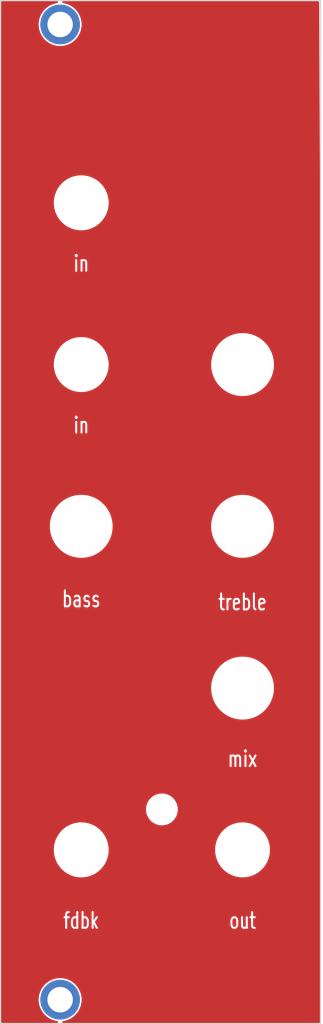
<source format=kicad_pcb>
(kicad_pcb (version 20240108) (generator "pcbnew") (generator_version "8.0")
  (title_block (title "hall") (rev "1") (comment 1 "PCB for panel") (comment 2 "module for a spring reverb tank") (comment 4 "License CC BY 4.0 - Attribution 4.0 International"))
  (layers (0 "F.Cu" signal) (31 "B.Cu" signal) (34 "B.Paste" user) (35 "F.Paste" user) (36 "B.SilkS" user "B.Silkscreen") (37 "F.SilkS" user "F.Silkscreen") (38 "B.Mask" user) (39 "F.Mask" user) (44 "Edge.Cuts" user))
  (net 0 "")
  (footprint "elektrophon:panel_potentiometer" (layer "F.Cu") (at 60.96 116.84)
    (property "Reference" "H7" (hide yes))
    (property "Value" "bass" (hide yes))
    (pad "" np_thru_hole circle (at 0 0) (size 7.4 7.4) (drill 7.4) (layers "*.Cu" "*.Mask"))
  )
  (footprint "elektrophon:panel_potentiometer" (layer "F.Cu") (at 81.28 116.84)
    (property "Reference" "H8" (hide yes))
    (property "Value" "treble" (hide yes))
    (pad "" np_thru_hole circle (at 0 0) (size 7.4 7.4) (drill 7.4) (layers "*.Cu" "*.Mask"))
  )
  (footprint "elektrophon:panel_jack" (layer "F.Cu") (at 60.96 76.2)
    (property "Reference" "H1" (hide yes))
    (property "Value" "IN1" (hide yes))
    (pad "" np_thru_hole circle (at 0 0) (size 6.4 6.4) (drill 6.4) (layers "*.Cu" "*.Mask"))
  )
  (footprint "elektrophon:panel_jack" (layer "F.Cu") (at 60.96 96.52)
    (property "Reference" "H2" (hide yes))
    (property "Value" "IN2" (hide yes))
    (pad "" np_thru_hole circle (at 0 0) (size 6.4 6.4) (drill 6.4) (layers "*.Cu" "*.Mask"))
  )
  (footprint "elektrophon:panel_jack" (layer "F.Cu") (at 60.96 157.48)
    (property "Reference" "H3" (hide yes))
    (property "Value" "FDBK" (hide yes))
    (pad "" np_thru_hole circle (at 0 0) (size 6.4 6.4) (drill 6.4) (layers "*.Cu" "*.Mask"))
  )
  (footprint "elektrophon:panel_jack" (layer "F.Cu") (at 81.28 157.48)
    (property "Reference" "H4" (hide yes))
    (property "Value" "OUT" (hide yes))
    (pad "" np_thru_hole circle (at 0 0) (size 6.4 6.4) (drill 6.4) (layers "*.Cu" "*.Mask"))
  )
  (footprint "elektrophon:panel_potentiometer" (layer "F.Cu") (at 81.28 96.52)
    (property "Reference" "H6" (hide yes))
    (property "Value" "level" (hide yes))
    (pad "" np_thru_hole circle (at 0 0) (size 7.4 7.4) (drill 7.4) (layers "*.Cu" "*.Mask"))
  )
  (footprint "elektrophon:MountingHole_Panel_3.2mm_M3" (layer "F.Cu") (at 58.3 176.3)
    (property "Reference" "H12" (hide yes))
    (property "Value" "~" (hide yes))
    (pad "1" thru_hole circle (at 0 0) (size 3.6 3.6) (drill 3.2) (layers "*.Cu" "*.Mask"))
    (pad "1" connect circle (at 0 0) (size 5 5) (layers "F.Cu" "F.Mask"))
    (pad "1" connect circle (at 0 0) (size 5 5) (layers "B.Cu" "B.Mask"))
  )
  (footprint "elektrophon:panel_potentiometer" (layer "F.Cu") (at 81.28 137.16)
    (property "Reference" "H9" (hide yes))
    (property "Value" "mix" (hide yes))
    (pad "" np_thru_hole circle (at 0 0) (size 7.4 7.4) (drill 7.4) (layers "*.Cu" "*.Mask"))
  )
  (footprint "elektrophon:panel_led_monitor" (layer "F.Cu") (at 71.12 152.4)
    (property "Reference" "H10" (hide yes))
    (property "Value" "compress" (hide yes))
  )
  (footprint "elektrophon:MountingHole_Panel_3.2mm_M3" (layer "F.Cu") (at 58.3 53.8)
    (property "Reference" "H11" (hide yes))
    (property "Value" "~" (hide yes))
    (pad "1" thru_hole circle (at 0 0) (size 3.6 3.6) (drill 3.2) (layers "*.Cu" "*.Mask"))
    (pad "1" connect circle (at 0 0) (size 5 5) (layers "F.Cu" "F.Mask"))
    (pad "1" connect circle (at 0 0) (size 5 5) (layers "B.Cu" "B.Mask"))
  )
  (gr_line (start 50.8 50.8) (end 50.8 179.3) (stroke (width 0.15)) (layer "Edge.Cuts"))
  (gr_line (start 91.1 179.3) (end 50.8 179.3) (stroke (width 0.15)) (layer "Edge.Cuts"))
  (gr_line (start 91.1 50.8) (end 91.1 179.3) (stroke (width 0.15)) (layer "Edge.Cuts"))
  (gr_line (start 50.8 50.8) (end 91.1 50.8) (stroke (width 0.15)) (layer "Edge.Cuts"))
  (gr_text "fdbk" (at 60.96 166.37 0) (layer "F.Cu" knockout) (effects (font (size 2 1.4) (thickness 0.25))))
  (gr_text "treble" (at 81.28 126.365 0) (layer "F.Cu" knockout) (effects (font (size 2 1.4) (thickness 0.25))))
  (gr_text "bass" (at 60.96 125.984 0) (layer "F.Cu" knockout) (effects (font (size 2 1.4) (thickness 0.25))))
  (gr_text "in" (at 60.96 83.82 0) (layer "F.Cu" knockout) (effects (font (size 2 1.4) (thickness 0.25))))
  (gr_text "in" (at 60.96 104.14 0) (layer "F.Cu" knockout) (effects (font (size 2 1.4) (thickness 0.25))))
  (gr_text "mix" (at 81.28 146.05 0) (layer "F.Cu" knockout) (effects (font (size 2 1.4) (thickness 0.25))))
  (gr_text "out" (at 81.28 166.37 0) (layer "F.Cu" knockout) (effects (font (size 2 1.4) (thickness 0.25))))
  (zone (net 0) (net_name "") (layer "F.Cu") (connect_pads (clearance 0)) (min_thickness 0.25) (fill yes (thermal_gap 0.5) (thermal_bridge_width 0.5) (island_removal_mode 1) (island_area_min 10))
    (polygon (pts (xy 50.8 50.8) (xy 90.932 50.8) (xy 91.44 179.324) (xy 50.8 179.324)))
  )
  (zone (net 0) (net_name "") (layer "F.Cu") (connect_pads (clearance 0)) (min_thickness 0.25)
    (keepout (tracks not_allowed) (vias not_allowed) (pads not_allowed) (copperpour not_allowed) (footprints not_allowed))
    (fill (thermal_gap 0.5) (thermal_bridge_width 0.5))
    (polygon (pts (xy 73.12 152.4) (xy 73.110369 152.596034) (xy 73.08157 152.79018) (xy 73.03388 152.980569) (xy 72.967759 153.165366) (xy 72.883842 153.342793) (xy 72.782939 153.51114) (xy 72.66602 153.668786) (xy 72.534213 153.814213) (xy 72.388786 153.94602) (xy 72.23114 154.062939) (xy 72.062793 154.163842) (xy 71.885366 154.247759) (xy 71.700569 154.31388) (xy 71.51018 154.36157) (xy 71.316034 154.390369) (xy 71.12 154.4) (xy 70.923965 154.390369) (xy 70.729819 154.36157) (xy 70.53943 154.31388) (xy 70.354633 154.247759) (xy 70.177206 154.163842) (xy 70.008859 154.062939) (xy 69.851213 153.94602) (xy 69.705786 153.814213) (xy 69.573979 153.668786) (xy 69.45706 153.51114) (xy 69.356157 153.342793) (xy 69.27224 153.165366) (xy 69.206119 152.980569) (xy 69.158429 152.79018) (xy 69.12963 152.596034) (xy 69.12 152.4) (xy 69.12963 152.203965) (xy 69.158429 152.009819) (xy 69.206119 151.81943) (xy 69.27224 151.634633) (xy 69.356157 151.457206) (xy 69.45706 151.288859) (xy 69.573979 151.131213) (xy 69.705786 150.985786) (xy 69.851213 150.853979) (xy 70.008859 150.73706) (xy 70.177206 150.636157) (xy 70.354633 150.55224) (xy 70.53943 150.486119) (xy 70.729819 150.438429) (xy 70.923965 150.40963) (xy 71.12 150.4) (xy 71.316034 150.40963) (xy 71.51018 150.438429) (xy 71.700569 150.486119) (xy 71.885366 150.55224) (xy 72.062793 150.636157) (xy 72.23114 150.73706) (xy 72.388786 150.853979) (xy 72.534213 150.985786) (xy 72.66602 151.131213) (xy 72.782939 151.288859) (xy 72.883842 151.457206) (xy 72.967759 151.634633) (xy 73.03388 151.81943) (xy 73.08157 152.009819) (xy 73.110369 152.203965)))
  )
)
</source>
